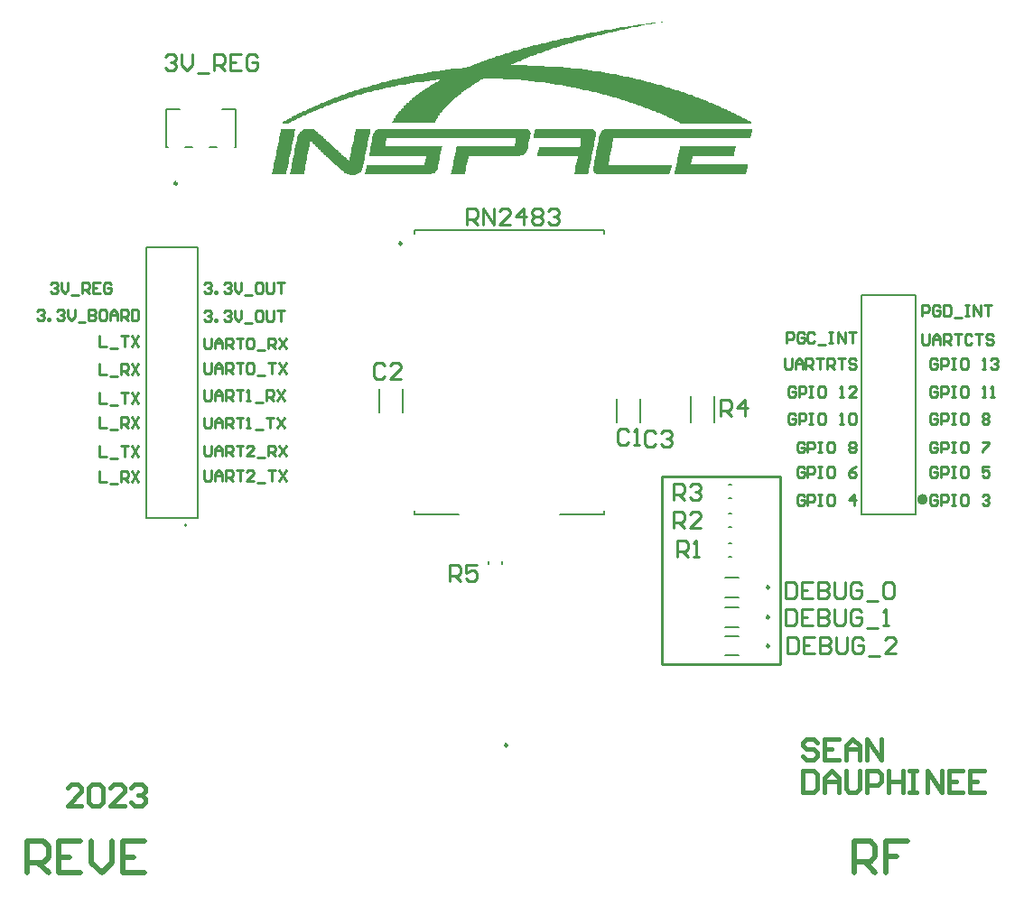
<source format=gbr>
%TF.GenerationSoftware,Altium Limited,Altium Designer,23.3.1 (30)*%
G04 Layer_Color=65535*
%FSLAX45Y45*%
%MOMM*%
%TF.SameCoordinates,0C5D6AAF-6D96-44C9-A3D7-384C79DD4A31*%
%TF.FilePolarity,Positive*%
%TF.FileFunction,Legend,Top*%
%TF.Part,Single*%
G01*
G75*
%TA.AperFunction,NonConductor*%
%ADD29C,0.25400*%
%ADD46C,0.25000*%
%ADD47C,0.50800*%
%ADD48C,0.20000*%
%ADD49C,0.15240*%
%ADD50C,0.12700*%
%ADD51C,0.40000*%
G36*
X6360094Y8363348D02*
X6341234D01*
Y8369634D01*
X6360094D01*
Y8363348D01*
D02*
G37*
G36*
X6322374Y8357061D02*
X6290941D01*
Y8363348D01*
X6322374D01*
Y8357061D01*
D02*
G37*
G36*
X6290941Y8350774D02*
X6259508D01*
Y8344488D01*
X6221789D01*
Y8338201D01*
X6190356D01*
Y8331914D01*
X6158923D01*
Y8325628D01*
X6127489D01*
Y8319341D01*
X6096056D01*
Y8313054D01*
X6064623D01*
Y8306768D01*
X6039477D01*
Y8300481D01*
X6008044D01*
Y8294195D01*
X5982897D01*
Y8287908D01*
X5951464D01*
Y8281621D01*
X5926318D01*
Y8275335D01*
X5894885D01*
Y8269048D01*
X5869738D01*
Y8262762D01*
X5844592D01*
Y8256475D01*
X5819446D01*
Y8250188D01*
X5794299D01*
Y8243902D01*
X5769153D01*
Y8237615D01*
X5744006D01*
Y8231328D01*
X5718860D01*
Y8225042D01*
X5693713D01*
Y8218755D01*
X5668567D01*
Y8212469D01*
X5643421D01*
Y8206182D01*
X5624561D01*
Y8199895D01*
X5599414D01*
Y8193609D01*
X5580554D01*
Y8187322D01*
X5555408D01*
Y8181036D01*
X5530261D01*
Y8174749D01*
X5511402D01*
Y8168462D01*
X5492542D01*
Y8162176D01*
X5467395D01*
Y8155889D01*
X5448535D01*
Y8149603D01*
X5429676D01*
Y8143316D01*
X5410816D01*
Y8137029D01*
X5391956D01*
Y8130743D01*
X5366810D01*
Y8124456D01*
X5347950D01*
Y8118170D01*
X5329090D01*
Y8111883D01*
X5310230D01*
Y8105596D01*
X5291370D01*
Y8099310D01*
X5272510D01*
Y8093023D01*
X5259937D01*
Y8086736D01*
X5241077D01*
Y8080450D01*
X5222217D01*
Y8074163D01*
X5203358D01*
Y8067877D01*
X5184498D01*
Y8061590D01*
X5171925D01*
Y8055303D01*
X5153065D01*
Y8049017D01*
X5134205D01*
Y8042730D01*
X5115345D01*
Y8036444D01*
X5102772D01*
Y8030157D01*
X5083912D01*
Y8023870D01*
X5071339D01*
Y8017584D01*
X5052479D01*
Y8011297D01*
X5039906D01*
Y8005011D01*
X5027333D01*
Y7998724D01*
X5008473D01*
Y7992437D01*
X4995900D01*
Y7986151D01*
X4977040D01*
Y7979864D01*
X4964467D01*
Y7973577D01*
X4951893D01*
Y7967291D01*
X4939320D01*
Y7961004D01*
X5090199D01*
Y7954718D01*
X5253651D01*
Y7948431D01*
X5354236D01*
Y7942144D01*
X5429676D01*
Y7935858D01*
X5498828D01*
Y7929571D01*
X5555408D01*
Y7923285D01*
X5605701D01*
Y7916998D01*
X5655994D01*
Y7910711D01*
X5700000D01*
Y7904425D01*
X5744006D01*
Y7898138D01*
X5781726D01*
Y7891852D01*
X5819446D01*
Y7885565D01*
X5857165D01*
Y7879278D01*
X5894885D01*
Y7872992D01*
X5926318D01*
Y7866705D01*
X5957751D01*
Y7860419D01*
X5989184D01*
Y7854132D01*
X6020617D01*
Y7847845D01*
X6045764D01*
Y7841559D01*
X6077197D01*
Y7835272D01*
X6102343D01*
Y7828985D01*
X6127489D01*
Y7822699D01*
X6158923D01*
Y7816412D01*
X6184069D01*
Y7810126D01*
X6209215D01*
Y7803839D01*
X6234362D01*
Y7797552D01*
X6253222D01*
Y7791266D01*
X6278368D01*
Y7784979D01*
X6303515D01*
Y7778693D01*
X6322374D01*
Y7772406D01*
X6347521D01*
Y7766119D01*
X6366381D01*
Y7759833D01*
X6385240D01*
Y7753546D01*
X6410387D01*
Y7747260D01*
X6429247D01*
Y7740973D01*
X6448107D01*
Y7734686D01*
X6466966D01*
Y7728400D01*
X6492113D01*
Y7722113D01*
X6510973D01*
Y7715827D01*
X6529833D01*
Y7709540D01*
X6548693D01*
Y7703253D01*
X6561266D01*
Y7696967D01*
X6580126D01*
Y7690680D01*
X6598985D01*
Y7684393D01*
X6617845D01*
Y7678107D01*
X6636705D01*
Y7671820D01*
X6649278D01*
Y7665534D01*
X6668138D01*
Y7659247D01*
X6686998D01*
Y7652960D01*
X6699571D01*
Y7646674D01*
X6718431D01*
Y7640387D01*
X6737291D01*
Y7634101D01*
X6749864D01*
Y7627814D01*
X6768724D01*
Y7621527D01*
X6781297D01*
Y7615241D01*
X6793870D01*
Y7608954D01*
X6812730D01*
Y7602668D01*
X6825303D01*
Y7596381D01*
X6844163D01*
Y7590094D01*
X6856736D01*
Y7583808D01*
X6869310D01*
Y7577521D01*
X6888169D01*
Y7571235D01*
X6900743D01*
Y7564948D01*
X6913316D01*
Y7558661D01*
X6925889D01*
Y7552375D01*
X6938462D01*
Y7546088D01*
X6957322D01*
Y7539801D01*
X6969895D01*
Y7533515D01*
X6982469D01*
Y7527228D01*
X6995042D01*
Y7520942D01*
X7007615D01*
Y7514655D01*
X7020188D01*
Y7508368D01*
X7032761D01*
Y7502082D01*
X7045335D01*
Y7495795D01*
X7057908D01*
Y7489509D01*
X7070481D01*
Y7483222D01*
X7083054D01*
Y7476935D01*
X7095628D01*
Y7470649D01*
X7108201D01*
Y7464362D01*
X7120774D01*
Y7458076D01*
X7133347D01*
Y7451789D01*
X7145920D01*
Y7445502D01*
X7158494D01*
Y7439215D01*
X7171067D01*
Y7432929D01*
X7177353D01*
Y7426642D01*
X7189927D01*
Y7414069D01*
X6523546D01*
Y7420356D01*
X6510973D01*
Y7426642D01*
X6498399D01*
Y7432929D01*
X6485826D01*
Y7439215D01*
X6473253D01*
Y7445502D01*
X6460680D01*
Y7451789D01*
X6448107D01*
Y7458076D01*
X6435533D01*
Y7464362D01*
X6422960D01*
Y7470649D01*
X6404100D01*
Y7476935D01*
X6391527D01*
Y7483222D01*
X6378954D01*
Y7489509D01*
X6366381D01*
Y7495795D01*
X6347521D01*
Y7502082D01*
X6334948D01*
Y7508368D01*
X6316088D01*
Y7514655D01*
X6303515D01*
Y7520942D01*
X6290941D01*
Y7527228D01*
X6272081D01*
Y7533515D01*
X6259508D01*
Y7539801D01*
X6240648D01*
Y7546088D01*
X6221789D01*
Y7552375D01*
X6209215D01*
Y7558661D01*
X6190356D01*
Y7564948D01*
X6177782D01*
Y7571235D01*
X6158923D01*
Y7577521D01*
X6140063D01*
Y7583808D01*
X6121203D01*
Y7590094D01*
X6102343D01*
Y7596381D01*
X6083483D01*
Y7602668D01*
X6070910D01*
Y7608954D01*
X6045764D01*
Y7615241D01*
X6026904D01*
Y7621527D01*
X6008044D01*
Y7627814D01*
X5989184D01*
Y7634101D01*
X5970324D01*
Y7640387D01*
X5951464D01*
Y7646674D01*
X5926318D01*
Y7652960D01*
X5907458D01*
Y7659247D01*
X5888598D01*
Y7665534D01*
X5863452D01*
Y7671820D01*
X5838305D01*
Y7678107D01*
X5813159D01*
Y7684393D01*
X5794299D01*
Y7690680D01*
X5769153D01*
Y7696967D01*
X5744006D01*
Y7703253D01*
X5718860D01*
Y7709540D01*
X5693713D01*
Y7715827D01*
X5662280D01*
Y7722113D01*
X5637134D01*
Y7728400D01*
X5605701D01*
Y7734686D01*
X5580554D01*
Y7740973D01*
X5549121D01*
Y7747260D01*
X5523975D01*
Y7753546D01*
X5492542D01*
Y7759833D01*
X5454822D01*
Y7766119D01*
X5423389D01*
Y7772406D01*
X5385669D01*
Y7778693D01*
X5347950D01*
Y7784979D01*
X5303943D01*
Y7791266D01*
X5259937D01*
Y7797552D01*
X5215931D01*
Y7803839D01*
X5159351D01*
Y7810126D01*
X5102772D01*
Y7816412D01*
X5033619D01*
Y7822699D01*
X4958180D01*
Y7828985D01*
X4863881D01*
Y7835272D01*
X4675282D01*
Y7828985D01*
X4662709D01*
Y7822699D01*
X4650136D01*
Y7816412D01*
X4643849D01*
Y7810126D01*
X4631276D01*
Y7803839D01*
X4624989D01*
Y7797552D01*
X4612416D01*
Y7791266D01*
X4599843D01*
Y7784979D01*
X4593556D01*
Y7778693D01*
X4580983D01*
Y7772406D01*
X4574697D01*
Y7766119D01*
X4562123D01*
Y7759833D01*
X4555837D01*
Y7753546D01*
X4543263D01*
Y7747260D01*
X4536977D01*
Y7740973D01*
X4524404D01*
Y7734686D01*
X4518117D01*
Y7728400D01*
X4511830D01*
Y7722113D01*
X4499257D01*
Y7715827D01*
X4492971D01*
Y7709540D01*
X4480397D01*
Y7703253D01*
X4474111D01*
Y7696967D01*
X4467824D01*
Y7690680D01*
X4461538D01*
Y7684393D01*
X4448964D01*
Y7678107D01*
X4442678D01*
Y7671820D01*
X4436391D01*
Y7665534D01*
X4430104D01*
Y7659247D01*
X4423818D01*
Y7652960D01*
X4411245D01*
Y7646674D01*
X4404958D01*
Y7640387D01*
X4398671D01*
Y7634101D01*
X4392385D01*
Y7627814D01*
X4386098D01*
Y7621527D01*
X4379812D01*
Y7615241D01*
X4373525D01*
Y7608954D01*
X4367238D01*
Y7602668D01*
X4360952D01*
Y7596381D01*
X4354665D01*
Y7590094D01*
X4348379D01*
Y7583808D01*
X4342092D01*
Y7577521D01*
X4335805D01*
Y7571235D01*
X4329519D01*
Y7564948D01*
X4323232D01*
Y7558661D01*
X4316946D01*
Y7552375D01*
X4310659D01*
Y7546088D01*
X4304372D01*
Y7539801D01*
X4298086D01*
Y7527228D01*
X4291799D01*
Y7520942D01*
X4285512D01*
Y7514655D01*
X4279226D01*
Y7508368D01*
X4272939D01*
Y7495795D01*
X4266653D01*
Y7489509D01*
X4260366D01*
Y7483222D01*
X4254079D01*
Y7470649D01*
X4247793D01*
Y7464362D01*
X4241506D01*
Y7451789D01*
X4235220D01*
Y7439215D01*
X4228933D01*
Y7432929D01*
X4222646D01*
Y7420356D01*
X3820303D01*
Y7426642D01*
X3826590D01*
Y7432929D01*
X3832877D01*
Y7445502D01*
X3839163D01*
Y7458076D01*
X3845450D01*
Y7464362D01*
X3851736D01*
Y7476935D01*
X3858023D01*
Y7483222D01*
X3864310D01*
Y7495795D01*
X3870596D01*
Y7502082D01*
X3876883D01*
Y7508368D01*
X3883170D01*
Y7520942D01*
X3889456D01*
Y7527228D01*
X3895743D01*
Y7533515D01*
X3902029D01*
Y7539801D01*
X3908316D01*
Y7546088D01*
X3914603D01*
Y7552375D01*
X3920889D01*
Y7558661D01*
X3927176D01*
Y7564948D01*
X3933462D01*
Y7577521D01*
X3939749D01*
Y7583808D01*
X3946036D01*
Y7590094D01*
X3952322D01*
Y7596381D01*
X3958609D01*
Y7602668D01*
X3971182D01*
Y7608954D01*
X3977469D01*
Y7615241D01*
X3983755D01*
Y7621527D01*
X3990042D01*
Y7627814D01*
X3996328D01*
Y7634101D01*
X4002615D01*
Y7640387D01*
X4008902D01*
Y7646674D01*
X4015188D01*
Y7652960D01*
X4027762D01*
Y7659247D01*
X4034048D01*
Y7665534D01*
X4040335D01*
Y7671820D01*
X4046621D01*
Y7678107D01*
X4059195D01*
Y7684393D01*
X4065481D01*
Y7690680D01*
X4071768D01*
Y7696967D01*
X4084341D01*
Y7703253D01*
X4090628D01*
Y7709540D01*
X4096914D01*
Y7715827D01*
X4109487D01*
Y7722113D01*
X4115774D01*
Y7728400D01*
X4128347D01*
Y7734686D01*
X4134634D01*
Y7740973D01*
X4147207D01*
Y7747260D01*
X4153494D01*
Y7753546D01*
X4166067D01*
Y7759833D01*
X4178640D01*
Y7766119D01*
X4184927D01*
Y7772406D01*
X4197500D01*
Y7778693D01*
X4203787D01*
Y7784979D01*
X4216360D01*
Y7791266D01*
X4228933D01*
Y7797552D01*
X4241506D01*
Y7803839D01*
X4247793D01*
Y7810126D01*
X4260366D01*
Y7816412D01*
X4272939D01*
Y7822699D01*
X4235220D01*
Y7816412D01*
X4172354D01*
Y7810126D01*
X4122061D01*
Y7803839D01*
X4078054D01*
Y7797552D01*
X4027762D01*
Y7791266D01*
X3990042D01*
Y7784979D01*
X3952322D01*
Y7778693D01*
X3914603D01*
Y7772406D01*
X3883170D01*
Y7766119D01*
X3851736D01*
Y7759833D01*
X3814017D01*
Y7753546D01*
X3788870D01*
Y7747260D01*
X3757437D01*
Y7740973D01*
X3732291D01*
Y7734686D01*
X3700858D01*
Y7728400D01*
X3675711D01*
Y7722113D01*
X3650565D01*
Y7715827D01*
X3631705D01*
Y7709540D01*
X3606558D01*
Y7703253D01*
X3581412D01*
Y7696967D01*
X3556266D01*
Y7690680D01*
X3537406D01*
Y7684393D01*
X3512259D01*
Y7678107D01*
X3493399D01*
Y7671820D01*
X3474540D01*
Y7665534D01*
X3455680D01*
Y7659247D01*
X3430533D01*
Y7652960D01*
X3411674D01*
Y7646674D01*
X3392814D01*
Y7640387D01*
X3373954D01*
Y7634101D01*
X3355094D01*
Y7627814D01*
X3342521D01*
Y7621527D01*
X3323661D01*
Y7615241D01*
X3304801D01*
Y7608954D01*
X3285941D01*
Y7602668D01*
X3267082D01*
Y7596381D01*
X3254508D01*
Y7590094D01*
X3235649D01*
Y7583808D01*
X3216789D01*
Y7577521D01*
X3204215D01*
Y7571235D01*
X3185356D01*
Y7564948D01*
X3172782D01*
Y7558661D01*
X3153923D01*
Y7552375D01*
X3141349D01*
Y7546088D01*
X3128776D01*
Y7539801D01*
X3109916D01*
Y7533515D01*
X3097343D01*
Y7527228D01*
X3084770D01*
Y7520942D01*
X3065910D01*
Y7514655D01*
X3053337D01*
Y7508368D01*
X3040764D01*
Y7502082D01*
X3028190D01*
Y7495795D01*
X3015617D01*
Y7489509D01*
X3003044D01*
Y7483222D01*
X2984184D01*
Y7476935D01*
X2971611D01*
Y7470649D01*
X2959038D01*
Y7464362D01*
X2946464D01*
Y7458076D01*
X2933891D01*
Y7451789D01*
X2921318D01*
Y7445502D01*
X2908745D01*
Y7439215D01*
X2896171D01*
Y7432929D01*
X2883598D01*
Y7426642D01*
X2871025D01*
Y7420356D01*
X2858452D01*
Y7414069D01*
X2795586D01*
Y7426642D01*
X2801872D01*
Y7432929D01*
X2814445D01*
Y7439215D01*
X2827019D01*
Y7445502D01*
X2839592D01*
Y7451789D01*
X2852165D01*
Y7458076D01*
X2864738D01*
Y7464362D01*
X2877312D01*
Y7470649D01*
X2883598D01*
Y7476935D01*
X2896171D01*
Y7483222D01*
X2908745D01*
Y7489509D01*
X2921318D01*
Y7495795D01*
X2933891D01*
Y7502082D01*
X2946464D01*
Y7508368D01*
X2959038D01*
Y7514655D01*
X2971611D01*
Y7520942D01*
X2984184D01*
Y7527228D01*
X3003044D01*
Y7533515D01*
X3015617D01*
Y7539801D01*
X3028190D01*
Y7546088D01*
X3040764D01*
Y7552375D01*
X3053337D01*
Y7558661D01*
X3065910D01*
Y7564948D01*
X3084770D01*
Y7571235D01*
X3097343D01*
Y7577521D01*
X3109916D01*
Y7583808D01*
X3122490D01*
Y7590094D01*
X3141349D01*
Y7596381D01*
X3153923D01*
Y7602668D01*
X3166496D01*
Y7608954D01*
X3185356D01*
Y7615241D01*
X3197929D01*
Y7621527D01*
X3216789D01*
Y7627814D01*
X3229362D01*
Y7634101D01*
X3248222D01*
Y7640387D01*
X3260795D01*
Y7646674D01*
X3279655D01*
Y7652960D01*
X3292228D01*
Y7659247D01*
X3311088D01*
Y7665534D01*
X3329948D01*
Y7671820D01*
X3342521D01*
Y7678107D01*
X3361381D01*
Y7684393D01*
X3380241D01*
Y7690680D01*
X3399100D01*
Y7696967D01*
X3411674D01*
Y7703253D01*
X3430533D01*
Y7709540D01*
X3449393D01*
Y7715827D01*
X3468253D01*
Y7722113D01*
X3487113D01*
Y7728400D01*
X3505973D01*
Y7734686D01*
X3524833D01*
Y7740973D01*
X3549979D01*
Y7747260D01*
X3568839D01*
Y7753546D01*
X3587699D01*
Y7759833D01*
X3612845D01*
Y7766119D01*
X3631705D01*
Y7772406D01*
X3650565D01*
Y7778693D01*
X3675711D01*
Y7784979D01*
X3700858D01*
Y7791266D01*
X3719717D01*
Y7797552D01*
X3744864D01*
Y7803839D01*
X3770010D01*
Y7810126D01*
X3795157D01*
Y7816412D01*
X3820303D01*
Y7822699D01*
X3845450D01*
Y7828985D01*
X3870596D01*
Y7835272D01*
X3902029D01*
Y7841559D01*
X3927176D01*
Y7847845D01*
X3958609D01*
Y7854132D01*
X3983755D01*
Y7860419D01*
X4015188D01*
Y7866705D01*
X4046621D01*
Y7872992D01*
X4084341D01*
Y7879278D01*
X4115774D01*
Y7885565D01*
X4153494D01*
Y7891852D01*
X4191213D01*
Y7898138D01*
X4228933D01*
Y7904425D01*
X4272939D01*
Y7910711D01*
X4316946D01*
Y7916998D01*
X4367238D01*
Y7923285D01*
X4423818D01*
Y7929571D01*
X4480397D01*
Y7935858D01*
X4524404D01*
Y7942144D01*
X4543263D01*
Y7948431D01*
X4555837D01*
Y7954718D01*
X4574697D01*
Y7961004D01*
X4587270D01*
Y7967291D01*
X4606130D01*
Y7973577D01*
X4618703D01*
Y7979864D01*
X4637563D01*
Y7986151D01*
X4656422D01*
Y7992437D01*
X4668996D01*
Y7998724D01*
X4687855D01*
Y8005011D01*
X4706716D01*
Y8011297D01*
X4725575D01*
Y8017584D01*
X4744435D01*
Y8023870D01*
X4763295D01*
Y8030157D01*
X4782155D01*
Y8036444D01*
X4794728D01*
Y8042730D01*
X4819875D01*
Y8049017D01*
X4838734D01*
Y8055303D01*
X4857594D01*
Y8061590D01*
X4876454D01*
Y8067877D01*
X4895314D01*
Y8074163D01*
X4920460D01*
Y8080450D01*
X4939320D01*
Y8086736D01*
X4958180D01*
Y8093023D01*
X4983326D01*
Y8099310D01*
X5002186D01*
Y8105596D01*
X5027333D01*
Y8111883D01*
X5046192D01*
Y8118170D01*
X5071339D01*
Y8124456D01*
X5090199D01*
Y8130743D01*
X5115345D01*
Y8137029D01*
X5140492D01*
Y8143316D01*
X5165638D01*
Y8149603D01*
X5190784D01*
Y8155889D01*
X5215931D01*
Y8162176D01*
X5241077D01*
Y8168462D01*
X5266224D01*
Y8174749D01*
X5291370D01*
Y8181036D01*
X5316517D01*
Y8187322D01*
X5347950D01*
Y8193609D01*
X5373096D01*
Y8199895D01*
X5398243D01*
Y8206182D01*
X5429676D01*
Y8212469D01*
X5461109D01*
Y8218755D01*
X5486255D01*
Y8225042D01*
X5517688D01*
Y8231328D01*
X5549121D01*
Y8237615D01*
X5580554D01*
Y8243902D01*
X5611988D01*
Y8250188D01*
X5643421D01*
Y8256475D01*
X5674854D01*
Y8262762D01*
X5706287D01*
Y8269048D01*
X5744006D01*
Y8275335D01*
X5775439D01*
Y8281621D01*
X5813159D01*
Y8287908D01*
X5844592D01*
Y8294195D01*
X5882312D01*
Y8300481D01*
X5920031D01*
Y8306768D01*
X5957751D01*
Y8313054D01*
X5995471D01*
Y8319341D01*
X6033190D01*
Y8325628D01*
X6077197D01*
Y8331914D01*
X6121203D01*
Y8338201D01*
X6158923D01*
Y8344488D01*
X6202929D01*
Y8350774D01*
X6246935D01*
Y8357061D01*
X6290941D01*
Y8350774D01*
D02*
G37*
G36*
X3619132Y7344916D02*
X3612845D01*
Y7313483D01*
X3606558D01*
Y7282050D01*
X3600272D01*
Y7250617D01*
X3593985D01*
Y7219184D01*
X3587699D01*
Y7187751D01*
X3581412D01*
Y7156318D01*
X3575125D01*
Y7124885D01*
X3568839D01*
Y7093452D01*
X3562552D01*
Y7062019D01*
X3556266D01*
Y7030586D01*
X3549979D01*
Y6999153D01*
X3543692D01*
Y6974006D01*
X3537406D01*
Y6967720D01*
X3531119D01*
Y6955147D01*
X3518546D01*
Y6948860D01*
X3512259D01*
Y6942573D01*
X3499686D01*
Y6936287D01*
X3480826D01*
Y6930000D01*
X3424247D01*
Y6936287D01*
X3399100D01*
Y6942573D01*
X3386527D01*
Y6948860D01*
X3373954D01*
Y6955147D01*
X3367667D01*
Y6961433D01*
X3361381D01*
Y6967720D01*
X3355094D01*
Y6974006D01*
X3348807D01*
Y6980293D01*
X3336234D01*
Y6986580D01*
X3329948D01*
Y6992866D01*
X3323661D01*
Y6999153D01*
X3317374D01*
Y7005439D01*
X3311088D01*
Y7011726D01*
X3304801D01*
Y7018013D01*
X3292228D01*
Y7024299D01*
X3285941D01*
Y7030586D01*
X3279655D01*
Y7036872D01*
X3273368D01*
Y7043159D01*
X3267082D01*
Y7049446D01*
X3260795D01*
Y7055732D01*
X3254508D01*
Y7062019D01*
X3248222D01*
Y7068306D01*
X3241935D01*
Y7074592D01*
X3235649D01*
Y7080879D01*
X3229362D01*
Y7087165D01*
X3223075D01*
Y7093452D01*
X3210502D01*
Y7099739D01*
X3204215D01*
Y7106025D01*
X3197929D01*
Y7112312D01*
X3191642D01*
Y7118598D01*
X3185356D01*
Y7124885D01*
X3179069D01*
Y7131172D01*
X3172782D01*
Y7137458D01*
X3166496D01*
Y7143745D01*
X3160209D01*
Y7150031D01*
X3153923D01*
Y7156318D01*
X3147636D01*
Y7162605D01*
X3141349D01*
Y7168891D01*
X3135063D01*
Y7175178D01*
X3128776D01*
Y7181464D01*
X3122490D01*
Y7187751D01*
X3116203D01*
Y7194038D01*
X3109916D01*
Y7200324D01*
X3103630D01*
Y7206611D01*
X3097343D01*
Y7212898D01*
X3091057D01*
Y7219184D01*
X3084770D01*
Y7225471D01*
X3078483D01*
Y7231757D01*
X3072197D01*
Y7238044D01*
X3065910D01*
Y7244331D01*
X3053337D01*
Y7219184D01*
X3047050D01*
Y7187751D01*
X3040764D01*
Y7156318D01*
X3034477D01*
Y7124885D01*
X3028190D01*
Y7093452D01*
X3021904D01*
Y7062019D01*
X3015617D01*
Y7030586D01*
X3009331D01*
Y6999153D01*
X3003044D01*
Y6967720D01*
X2996757D01*
Y6936287D01*
X2864738D01*
Y6955147D01*
X2871025D01*
Y6986580D01*
X2877312D01*
Y7018013D01*
X2883598D01*
Y7049446D01*
X2889885D01*
Y7087165D01*
X2896171D01*
Y7118598D01*
X2902458D01*
Y7150031D01*
X2908745D01*
Y7181464D01*
X2915031D01*
Y7212898D01*
X2921318D01*
Y7244331D01*
X2927605D01*
Y7275764D01*
X2933891D01*
Y7294623D01*
X2940178D01*
Y7300910D01*
Y7307197D01*
Y7313483D01*
X2946464D01*
Y7319770D01*
X2952751D01*
Y7326057D01*
X2959038D01*
Y7332343D01*
X2965324D01*
Y7338630D01*
X2971611D01*
Y7344916D01*
X2977898D01*
Y7351203D01*
X2990471D01*
Y7357490D01*
X3009331D01*
Y7363776D01*
X3078483D01*
Y7357490D01*
X3091057D01*
Y7351203D01*
X3103630D01*
Y7344916D01*
X3109916D01*
Y7338630D01*
X3116203D01*
Y7332343D01*
X3122490D01*
Y7326057D01*
X3128776D01*
Y7319770D01*
X3135063D01*
Y7313483D01*
X3147636D01*
Y7307197D01*
X3153923D01*
Y7300910D01*
X3160209D01*
Y7294623D01*
X3166496D01*
Y7288337D01*
X3172782D01*
Y7282050D01*
X3179069D01*
Y7275764D01*
X3185356D01*
Y7269477D01*
X3191642D01*
Y7263190D01*
X3197929D01*
Y7256904D01*
X3204215D01*
Y7250617D01*
X3210502D01*
Y7244331D01*
X3223075D01*
Y7238044D01*
X3229362D01*
Y7231757D01*
X3235649D01*
Y7225471D01*
X3241935D01*
Y7219184D01*
X3248222D01*
Y7212898D01*
X3254508D01*
Y7206611D01*
X3260795D01*
Y7200324D01*
X3267082D01*
Y7194038D01*
X3273368D01*
Y7187751D01*
X3279655D01*
Y7181464D01*
X3285941D01*
Y7175178D01*
X3298515D01*
Y7168891D01*
X3304801D01*
Y7162605D01*
X3311088D01*
Y7156318D01*
X3317374D01*
Y7150031D01*
X3323661D01*
Y7143745D01*
X3329948D01*
Y7137458D01*
X3336234D01*
Y7131172D01*
X3342521D01*
Y7124885D01*
X3348807D01*
Y7118598D01*
X3355094D01*
Y7112312D01*
X3361381D01*
Y7106025D01*
X3367667D01*
Y7099739D01*
X3380241D01*
Y7093452D01*
X3386527D01*
Y7087165D01*
X3392814D01*
Y7080879D01*
X3399100D01*
Y7074592D01*
X3405387D01*
Y7068306D01*
X3411674D01*
Y7062019D01*
X3417960D01*
Y7074592D01*
X3424247D01*
Y7099739D01*
X3430533D01*
Y7131172D01*
X3436820D01*
Y7156318D01*
X3443107D01*
Y7187751D01*
X3449393D01*
Y7212898D01*
X3455680D01*
Y7244331D01*
X3461966D01*
Y7275764D01*
X3468253D01*
Y7300910D01*
X3474540D01*
Y7332343D01*
X3480826D01*
Y7357490D01*
X3487113D01*
Y7363776D01*
X3619132D01*
Y7344916D01*
D02*
G37*
G36*
X7045335Y7181464D02*
X7039048D01*
Y7150031D01*
X7032761D01*
Y7118598D01*
X7026475D01*
Y7106025D01*
X6636705D01*
Y7080879D01*
X6630418D01*
Y7049446D01*
X6624132D01*
Y7030586D01*
X7158494D01*
Y7018013D01*
X7152207D01*
Y6986580D01*
X7145920D01*
Y6955147D01*
X7139634D01*
Y6936287D01*
X6466966D01*
Y6942573D01*
X6473253D01*
Y6974006D01*
X6479540D01*
Y7005439D01*
X6485826D01*
Y7036872D01*
X6492113D01*
Y7068306D01*
X6498399D01*
Y7099739D01*
X6504686D01*
Y7131172D01*
X6510973D01*
Y7162605D01*
X6517259D01*
Y7194038D01*
X6523546D01*
Y7200324D01*
X7045335D01*
Y7181464D01*
D02*
G37*
G36*
X7202500Y7351203D02*
X7196213D01*
Y7326057D01*
X7189927D01*
Y7294623D01*
X7183640D01*
Y7275764D01*
X5894885D01*
Y7244331D01*
X5888598D01*
Y7212898D01*
X5882312D01*
Y7181464D01*
X5876025D01*
Y7150031D01*
X5869738D01*
Y7118598D01*
X5863452D01*
Y7087165D01*
X5857165D01*
Y7055732D01*
X5850879D01*
Y7024299D01*
X6441820D01*
Y6999153D01*
X6435533D01*
Y6967720D01*
X6429247D01*
Y6942573D01*
X6422960D01*
Y6936287D01*
X5737720D01*
Y6942573D01*
X5725146D01*
Y6948860D01*
X5712573D01*
Y6961433D01*
X5706287D01*
Y7011726D01*
X5712573D01*
Y7043159D01*
X5718860D01*
Y7074592D01*
X5725146D01*
Y7106025D01*
X5731433D01*
Y7137458D01*
X5737720D01*
Y7168891D01*
X5744006D01*
Y7200324D01*
X5750293D01*
Y7231757D01*
X5756580D01*
Y7263190D01*
X5762866D01*
Y7294623D01*
X5769153D01*
Y7313483D01*
X5775439D01*
Y7326057D01*
X5781726D01*
Y7338630D01*
X5788013D01*
Y7344916D01*
X5794299D01*
Y7351203D01*
X5806872D01*
Y7357490D01*
X5819446D01*
Y7363776D01*
X7202500D01*
Y7351203D01*
D02*
G37*
G36*
X5693713Y7357490D02*
X5706287D01*
Y7351203D01*
X5718860D01*
Y7344916D01*
X5725146D01*
Y7332343D01*
X5731433D01*
Y7282050D01*
X5725146D01*
Y7250617D01*
X5718860D01*
Y7219184D01*
X5712573D01*
Y7187751D01*
X5706287D01*
Y7156318D01*
X5700000D01*
Y7124885D01*
X5693713D01*
Y7093452D01*
X5687427D01*
Y7062019D01*
X5681140D01*
Y7030586D01*
X5674854D01*
Y6999153D01*
X5668567D01*
Y6967720D01*
X5662280D01*
Y6942573D01*
X5655994D01*
Y6936287D01*
X5530261D01*
Y6955147D01*
X5536548D01*
Y6986580D01*
X5542835D01*
Y7011726D01*
Y7018013D01*
X5549121D01*
Y7049446D01*
X5555408D01*
Y7080879D01*
X5561694D01*
Y7106025D01*
X5184498D01*
Y7137458D01*
X5190784D01*
Y7168891D01*
X5197071D01*
Y7194038D01*
X5580554D01*
Y7200324D01*
X5586841D01*
Y7238044D01*
X5593127D01*
Y7275764D01*
X5146778D01*
Y7288337D01*
X5153065D01*
Y7319770D01*
X5159351D01*
Y7351203D01*
X5165638D01*
Y7363776D01*
X5693713D01*
Y7357490D01*
D02*
G37*
G36*
X5090199D02*
X5102772D01*
Y7351203D01*
X5109059D01*
Y7344916D01*
X5115345D01*
Y7326057D01*
X5121632D01*
Y7307197D01*
X5115345D01*
Y7269477D01*
X5109059D01*
Y7238044D01*
X5102772D01*
Y7206611D01*
X5096485D01*
Y7175178D01*
X5090199D01*
Y7156318D01*
X5083912D01*
Y7143745D01*
X5077625D01*
Y7137458D01*
X5071339D01*
Y7131172D01*
X5065052D01*
Y7124885D01*
X5058766D01*
Y7118598D01*
X5046192D01*
Y7112312D01*
X5021046D01*
Y7106025D01*
X4536977D01*
Y7080879D01*
X4530690D01*
Y7049446D01*
X4524404D01*
Y7018013D01*
X4518117D01*
Y6986580D01*
X4511830D01*
Y6961433D01*
X4505544D01*
Y6936287D01*
X4373525D01*
Y6948860D01*
X4379812D01*
Y6980293D01*
X4386098D01*
Y7011726D01*
X4392385D01*
Y7043159D01*
X4398671D01*
Y7074592D01*
X4404958D01*
Y7106025D01*
X4411245D01*
Y7137458D01*
X4417531D01*
Y7168891D01*
X4423818D01*
Y7194038D01*
X4430104D01*
Y7200324D01*
X4970753D01*
Y7225471D01*
X4977040D01*
Y7256904D01*
X4983326D01*
Y7275764D01*
X3770010D01*
Y7250617D01*
X3763724D01*
Y7219184D01*
X3757437D01*
Y7200324D01*
X4291799D01*
Y7187751D01*
X4285512D01*
Y7156318D01*
X4279226D01*
Y7124885D01*
X4272939D01*
Y7093452D01*
X4266653D01*
Y7062019D01*
X4260366D01*
Y7030586D01*
X4254079D01*
Y6999153D01*
X4247793D01*
Y6980293D01*
X4241506D01*
Y6967720D01*
X4235220D01*
Y6961433D01*
X4228933D01*
Y6955147D01*
X4222646D01*
Y6948860D01*
X4210073D01*
Y6942573D01*
X4191213D01*
Y6936287D01*
X3568839D01*
Y6955147D01*
X3575125D01*
Y6986580D01*
X3581412D01*
Y7018013D01*
X3587699D01*
Y7024299D01*
X4128347D01*
Y7049446D01*
X4134634D01*
Y7080879D01*
X4140920D01*
Y7106025D01*
X3606558D01*
Y7137458D01*
X3612845D01*
Y7168891D01*
X3619132D01*
Y7200324D01*
X3625418D01*
Y7231757D01*
X3631705D01*
Y7263190D01*
X3637991D01*
Y7294623D01*
X3644278D01*
Y7319770D01*
X3650565D01*
Y7326057D01*
X3656851D01*
Y7338630D01*
X3663138D01*
Y7344916D01*
X3669425D01*
Y7351203D01*
X3681998D01*
Y7357490D01*
X3694571D01*
Y7363776D01*
X5090199D01*
Y7357490D01*
D02*
G37*
G36*
X2915031Y7344916D02*
X2908745D01*
Y7313483D01*
X2902458D01*
Y7282050D01*
X2896171D01*
Y7250617D01*
X2889885D01*
Y7219184D01*
X2883598D01*
Y7187751D01*
X2877312D01*
Y7156318D01*
X2871025D01*
Y7124885D01*
X2864738D01*
Y7093452D01*
X2858452D01*
Y7062019D01*
X2852165D01*
Y7030586D01*
X2845878D01*
Y6999153D01*
X2839592D01*
Y6967720D01*
X2833305D01*
Y6936287D01*
X2695000D01*
Y6955147D01*
X2701286D01*
Y6986580D01*
X2707573D01*
Y7018013D01*
X2713860D01*
Y7043159D01*
X2720146D01*
Y7074592D01*
X2726433D01*
Y7106025D01*
X2732720D01*
Y7137458D01*
X2739006D01*
Y7168891D01*
X2745293D01*
Y7200324D01*
X2751579D01*
Y7231757D01*
X2757866D01*
Y7263190D01*
X2764153D01*
Y7294623D01*
X2770439D01*
Y7326057D01*
X2776726D01*
Y7357490D01*
X2783012D01*
Y7363776D01*
X2915031D01*
Y7344916D01*
D02*
G37*
D29*
X6350000Y2340000D02*
X7460000D01*
X6350000Y4100000D02*
X7460000D01*
Y2340000D02*
Y4100000D01*
X6350000Y2340000D02*
Y4100000D01*
X2060400Y5902868D02*
X2077061Y5919529D01*
X2110384D01*
X2127045Y5902868D01*
Y5886206D01*
X2110384Y5869545D01*
X2093723D01*
X2110384D01*
X2127045Y5852884D01*
Y5836223D01*
X2110384Y5819561D01*
X2077061D01*
X2060400Y5836223D01*
X2160368Y5819561D02*
Y5836223D01*
X2177029D01*
Y5819561D01*
X2160368D01*
X2243674Y5902868D02*
X2260336Y5919529D01*
X2293658D01*
X2310319Y5902868D01*
Y5886206D01*
X2293658Y5869545D01*
X2276997D01*
X2293658D01*
X2310319Y5852884D01*
Y5836223D01*
X2293658Y5819561D01*
X2260336D01*
X2243674Y5836223D01*
X2343642Y5919529D02*
Y5852884D01*
X2376965Y5819561D01*
X2410287Y5852884D01*
Y5919529D01*
X2443610Y5802900D02*
X2510255D01*
X2593561Y5919529D02*
X2560239D01*
X2543578Y5902868D01*
Y5836223D01*
X2560239Y5819561D01*
X2593561D01*
X2610223Y5836223D01*
Y5902868D01*
X2593561Y5919529D01*
X2643545D02*
Y5836223D01*
X2660207Y5819561D01*
X2693529D01*
X2710190Y5836223D01*
Y5919529D01*
X2743513D02*
X2810158D01*
X2776836D01*
Y5819561D01*
X2060400Y5640368D02*
X2077061Y5657029D01*
X2110384D01*
X2127045Y5640368D01*
Y5623706D01*
X2110384Y5607045D01*
X2093723D01*
X2110384D01*
X2127045Y5590384D01*
Y5573723D01*
X2110384Y5557061D01*
X2077061D01*
X2060400Y5573723D01*
X2160368Y5557061D02*
Y5573723D01*
X2177029D01*
Y5557061D01*
X2160368D01*
X2243674Y5640368D02*
X2260336Y5657029D01*
X2293658D01*
X2310319Y5640368D01*
Y5623706D01*
X2293658Y5607045D01*
X2276997D01*
X2293658D01*
X2310319Y5590384D01*
Y5573723D01*
X2293658Y5557061D01*
X2260336D01*
X2243674Y5573723D01*
X2343642Y5657029D02*
Y5590384D01*
X2376965Y5557061D01*
X2410287Y5590384D01*
Y5657029D01*
X2443610Y5540400D02*
X2510255D01*
X2593561Y5657029D02*
X2560239D01*
X2543578Y5640368D01*
Y5573723D01*
X2560239Y5557061D01*
X2593561D01*
X2610223Y5573723D01*
Y5640368D01*
X2593561Y5657029D01*
X2643545D02*
Y5573723D01*
X2660207Y5557061D01*
X2693529D01*
X2710190Y5573723D01*
Y5657029D01*
X2743513D02*
X2810158D01*
X2776836D01*
Y5557061D01*
X617900Y5900368D02*
X634561Y5917029D01*
X667884D01*
X684545Y5900368D01*
Y5883706D01*
X667884Y5867045D01*
X651222D01*
X667884D01*
X684545Y5850384D01*
Y5833723D01*
X667884Y5817061D01*
X634561D01*
X617900Y5833723D01*
X717868Y5917029D02*
Y5850384D01*
X751190Y5817061D01*
X784513Y5850384D01*
Y5917029D01*
X817836Y5800400D02*
X884481D01*
X917803Y5817061D02*
Y5917029D01*
X967787D01*
X984448Y5900368D01*
Y5867045D01*
X967787Y5850384D01*
X917803D01*
X951126D02*
X984448Y5817061D01*
X1084416Y5917029D02*
X1017771D01*
Y5817061D01*
X1084416D01*
X1017771Y5867045D02*
X1051094D01*
X1184384Y5900368D02*
X1167723Y5917029D01*
X1134400D01*
X1117739Y5900368D01*
Y5833723D01*
X1134400Y5817061D01*
X1167723D01*
X1184384Y5833723D01*
Y5867045D01*
X1151061D01*
X495400Y5647868D02*
X512061Y5664529D01*
X545384D01*
X562045Y5647868D01*
Y5631206D01*
X545384Y5614545D01*
X528723D01*
X545384D01*
X562045Y5597884D01*
Y5581223D01*
X545384Y5564561D01*
X512061D01*
X495400Y5581223D01*
X595368Y5564561D02*
Y5581223D01*
X612029D01*
Y5564561D01*
X595368D01*
X678674Y5647868D02*
X695336Y5664529D01*
X728658D01*
X745319Y5647868D01*
Y5631206D01*
X728658Y5614545D01*
X711997D01*
X728658D01*
X745319Y5597884D01*
Y5581223D01*
X728658Y5564561D01*
X695336D01*
X678674Y5581223D01*
X778642Y5664529D02*
Y5597884D01*
X811965Y5564561D01*
X845287Y5597884D01*
Y5664529D01*
X878610Y5547900D02*
X945255D01*
X978578Y5664529D02*
Y5564561D01*
X1028562D01*
X1045223Y5581223D01*
Y5597884D01*
X1028562Y5614545D01*
X978578D01*
X1028562D01*
X1045223Y5631206D01*
Y5647868D01*
X1028562Y5664529D01*
X978578D01*
X1128529D02*
X1095207D01*
X1078545Y5647868D01*
Y5581223D01*
X1095207Y5564561D01*
X1128529D01*
X1145190Y5581223D01*
Y5647868D01*
X1128529Y5664529D01*
X1178513Y5564561D02*
Y5631206D01*
X1211836Y5664529D01*
X1245158Y5631206D01*
Y5564561D01*
Y5614545D01*
X1178513D01*
X1278481Y5564561D02*
Y5664529D01*
X1328465D01*
X1345126Y5647868D01*
Y5614545D01*
X1328465Y5597884D01*
X1278481D01*
X1311804D02*
X1345126Y5564561D01*
X1378449Y5664529D02*
Y5564561D01*
X1428433D01*
X1445094Y5581223D01*
Y5647868D01*
X1428433Y5664529D01*
X1378449D01*
X2060400Y4157029D02*
Y4073723D01*
X2077061Y4057061D01*
X2110384D01*
X2127045Y4073723D01*
Y4157029D01*
X2160368Y4057061D02*
Y4123707D01*
X2193690Y4157029D01*
X2227013Y4123707D01*
Y4057061D01*
Y4107045D01*
X2160368D01*
X2260336Y4057061D02*
Y4157029D01*
X2310319D01*
X2326981Y4140368D01*
Y4107045D01*
X2310319Y4090384D01*
X2260336D01*
X2293658D02*
X2326981Y4057061D01*
X2360303Y4157029D02*
X2426948D01*
X2393626D01*
Y4057061D01*
X2526916D02*
X2460271D01*
X2526916Y4123707D01*
Y4140368D01*
X2510255Y4157029D01*
X2476933D01*
X2460271Y4140368D01*
X2560239Y4040400D02*
X2626884D01*
X2660207Y4157029D02*
X2726852D01*
X2693529D01*
Y4057061D01*
X2760175Y4157029D02*
X2826820Y4057061D01*
Y4157029D02*
X2760175Y4057061D01*
X2060400Y4909529D02*
Y4826223D01*
X2077061Y4809561D01*
X2110384D01*
X2127045Y4826223D01*
Y4909529D01*
X2160368Y4809561D02*
Y4876206D01*
X2193690Y4909529D01*
X2227013Y4876206D01*
Y4809561D01*
Y4859545D01*
X2160368D01*
X2260336Y4809561D02*
Y4909529D01*
X2310319D01*
X2326981Y4892868D01*
Y4859545D01*
X2310319Y4842884D01*
X2260336D01*
X2293658D02*
X2326981Y4809561D01*
X2360303Y4909529D02*
X2426948D01*
X2393626D01*
Y4809561D01*
X2460271D02*
X2493594D01*
X2476933D01*
Y4909529D01*
X2460271Y4892868D01*
X2543578Y4792900D02*
X2610223D01*
X2643545Y4809561D02*
Y4909529D01*
X2693529D01*
X2710190Y4892868D01*
Y4859545D01*
X2693529Y4842884D01*
X2643545D01*
X2676868D02*
X2710190Y4809561D01*
X2743513Y4909529D02*
X2810158Y4809561D01*
Y4909529D02*
X2743513Y4809561D01*
X2060400Y4392029D02*
Y4308723D01*
X2077061Y4292061D01*
X2110384D01*
X2127045Y4308723D01*
Y4392029D01*
X2160368Y4292061D02*
Y4358706D01*
X2193690Y4392029D01*
X2227013Y4358706D01*
Y4292061D01*
Y4342045D01*
X2160368D01*
X2260336Y4292061D02*
Y4392029D01*
X2310319D01*
X2326981Y4375368D01*
Y4342045D01*
X2310319Y4325384D01*
X2260336D01*
X2293658D02*
X2326981Y4292061D01*
X2360303Y4392029D02*
X2426948D01*
X2393626D01*
Y4292061D01*
X2526916D02*
X2460271D01*
X2526916Y4358706D01*
Y4375368D01*
X2510255Y4392029D01*
X2476933D01*
X2460271Y4375368D01*
X2560239Y4275400D02*
X2626884D01*
X2660207Y4292061D02*
Y4392029D01*
X2710191D01*
X2726852Y4375368D01*
Y4342045D01*
X2710191Y4325384D01*
X2660207D01*
X2693529D02*
X2726852Y4292061D01*
X2760175Y4392029D02*
X2826820Y4292061D01*
Y4392029D02*
X2760175Y4292061D01*
X2060400Y4654529D02*
Y4571223D01*
X2077061Y4554561D01*
X2110384D01*
X2127045Y4571223D01*
Y4654529D01*
X2160368Y4554561D02*
Y4621206D01*
X2193690Y4654529D01*
X2227013Y4621206D01*
Y4554561D01*
Y4604545D01*
X2160368D01*
X2260336Y4554561D02*
Y4654529D01*
X2310319D01*
X2326981Y4637868D01*
Y4604545D01*
X2310319Y4587884D01*
X2260336D01*
X2293658D02*
X2326981Y4554561D01*
X2360303Y4654529D02*
X2426948D01*
X2393626D01*
Y4554561D01*
X2460271D02*
X2493594D01*
X2476933D01*
Y4654529D01*
X2460271Y4637868D01*
X2543578Y4537900D02*
X2610223D01*
X2643545Y4654529D02*
X2710190D01*
X2676868D01*
Y4554561D01*
X2743513Y4654529D02*
X2810158Y4554561D01*
Y4654529D02*
X2743513Y4554561D01*
X2060400Y5164529D02*
Y5081223D01*
X2077061Y5064561D01*
X2110384D01*
X2127045Y5081223D01*
Y5164529D01*
X2160368Y5064561D02*
Y5131206D01*
X2193690Y5164529D01*
X2227013Y5131206D01*
Y5064561D01*
Y5114545D01*
X2160368D01*
X2260336Y5064561D02*
Y5164529D01*
X2310319D01*
X2326981Y5147868D01*
Y5114545D01*
X2310319Y5097884D01*
X2260336D01*
X2293658D02*
X2326981Y5064561D01*
X2360303Y5164529D02*
X2426948D01*
X2393626D01*
Y5064561D01*
X2460271Y5147868D02*
X2476933Y5164529D01*
X2510255D01*
X2526916Y5147868D01*
Y5081223D01*
X2510255Y5064561D01*
X2476933D01*
X2460271Y5081223D01*
Y5147868D01*
X2560239Y5047900D02*
X2626884D01*
X2660207Y5164529D02*
X2726852D01*
X2693529D01*
Y5064561D01*
X2760175Y5164529D02*
X2826820Y5064561D01*
Y5164529D02*
X2760175Y5064561D01*
X2060400Y5399529D02*
Y5316223D01*
X2077061Y5299561D01*
X2110384D01*
X2127045Y5316223D01*
Y5399529D01*
X2160368Y5299561D02*
Y5366206D01*
X2193690Y5399529D01*
X2227013Y5366206D01*
Y5299561D01*
Y5349545D01*
X2160368D01*
X2260336Y5299561D02*
Y5399529D01*
X2310319D01*
X2326981Y5382868D01*
Y5349545D01*
X2310319Y5332884D01*
X2260336D01*
X2293658D02*
X2326981Y5299561D01*
X2360303Y5399529D02*
X2426948D01*
X2393626D01*
Y5299561D01*
X2460271Y5382868D02*
X2476933Y5399529D01*
X2510255D01*
X2526916Y5382868D01*
Y5316223D01*
X2510255Y5299561D01*
X2476933D01*
X2460271Y5316223D01*
Y5382868D01*
X2560239Y5282900D02*
X2626884D01*
X2660207Y5299561D02*
Y5399529D01*
X2710191D01*
X2726852Y5382868D01*
Y5349545D01*
X2710191Y5332884D01*
X2660207D01*
X2693529D02*
X2726852Y5299561D01*
X2760175Y5399529D02*
X2826820Y5299561D01*
Y5399529D02*
X2760175Y5299561D01*
X1078545Y5419529D02*
Y5319561D01*
X1145190D01*
X1178513Y5302900D02*
X1245158D01*
X1278481Y5419529D02*
X1345126D01*
X1311804D01*
Y5319561D01*
X1378449Y5419529D02*
X1445094Y5319561D01*
Y5419529D02*
X1378449Y5319561D01*
X1078545Y5157029D02*
Y5057061D01*
X1145190D01*
X1178513Y5040400D02*
X1245158D01*
X1278481Y5057061D02*
Y5157029D01*
X1328465D01*
X1345126Y5140368D01*
Y5107045D01*
X1328465Y5090384D01*
X1278481D01*
X1311804D02*
X1345126Y5057061D01*
X1378449Y5157029D02*
X1445094Y5057061D01*
Y5157029D02*
X1378449Y5057061D01*
X1078545Y4889529D02*
Y4789561D01*
X1145190D01*
X1178513Y4772900D02*
X1245158D01*
X1278481Y4889529D02*
X1345126D01*
X1311804D01*
Y4789561D01*
X1378449Y4889529D02*
X1445094Y4789561D01*
Y4889529D02*
X1378449Y4789561D01*
X1078545Y4657029D02*
Y4557061D01*
X1145190D01*
X1178513Y4540400D02*
X1245158D01*
X1278481Y4557061D02*
Y4657029D01*
X1328465D01*
X1345126Y4640368D01*
Y4607045D01*
X1328465Y4590384D01*
X1278481D01*
X1311804D02*
X1345126Y4557061D01*
X1378449Y4657029D02*
X1445094Y4557061D01*
Y4657029D02*
X1378449Y4557061D01*
X1078545Y4147029D02*
Y4047062D01*
X1145190D01*
X1178513Y4030400D02*
X1245158D01*
X1278481Y4047062D02*
Y4147029D01*
X1328465D01*
X1345126Y4130368D01*
Y4097045D01*
X1328465Y4080384D01*
X1278481D01*
X1311804D02*
X1345126Y4047062D01*
X1378449Y4147029D02*
X1445094Y4047062D01*
Y4147029D02*
X1378449Y4047062D01*
X1078545Y4389529D02*
Y4289561D01*
X1145190D01*
X1178513Y4272900D02*
X1245158D01*
X1278481Y4389529D02*
X1345126D01*
X1311804D01*
Y4289561D01*
X1378449Y4389529D02*
X1445094Y4289561D01*
Y4389529D02*
X1378449Y4289561D01*
X8792900Y5435368D02*
Y5352061D01*
X8809562Y5335400D01*
X8842884D01*
X8859545Y5352061D01*
Y5435368D01*
X8892868Y5335400D02*
Y5402045D01*
X8926190Y5435368D01*
X8959513Y5402045D01*
Y5335400D01*
Y5385384D01*
X8892868D01*
X8992836Y5335400D02*
Y5435368D01*
X9042820D01*
X9059481Y5418706D01*
Y5385384D01*
X9042820Y5368723D01*
X8992836D01*
X9026158D02*
X9059481Y5335400D01*
X9092804Y5435368D02*
X9159449D01*
X9126126D01*
Y5335400D01*
X9259416Y5418706D02*
X9242755Y5435368D01*
X9209433D01*
X9192771Y5418706D01*
Y5352061D01*
X9209433Y5335400D01*
X9242755D01*
X9259416Y5352061D01*
X9292739Y5435368D02*
X9359384D01*
X9326062D01*
Y5335400D01*
X9459352Y5418706D02*
X9442691Y5435368D01*
X9409368D01*
X9392707Y5418706D01*
Y5402045D01*
X9409368Y5385384D01*
X9442691D01*
X9459352Y5368723D01*
Y5352061D01*
X9442691Y5335400D01*
X9409368D01*
X9392707Y5352061D01*
X8937045Y3913706D02*
X8920384Y3930368D01*
X8887061D01*
X8870400Y3913706D01*
Y3847061D01*
X8887061Y3830400D01*
X8920384D01*
X8937045Y3847061D01*
Y3880384D01*
X8903723D01*
X8970368Y3830400D02*
Y3930368D01*
X9020352D01*
X9037013Y3913706D01*
Y3880384D01*
X9020352Y3863723D01*
X8970368D01*
X9070336Y3930368D02*
X9103658D01*
X9086997D01*
Y3830400D01*
X9070336D01*
X9103658D01*
X9203626Y3930368D02*
X9170303D01*
X9153642Y3913706D01*
Y3847061D01*
X9170303Y3830400D01*
X9203626D01*
X9220287Y3847061D01*
Y3913706D01*
X9203626Y3930368D01*
X9353578Y3913706D02*
X9370239Y3930368D01*
X9403562D01*
X9420223Y3913706D01*
Y3897045D01*
X9403562Y3880384D01*
X9386900D01*
X9403562D01*
X9420223Y3863723D01*
Y3847061D01*
X9403562Y3830400D01*
X9370239D01*
X9353578Y3847061D01*
X7685351Y3913706D02*
X7668690Y3930368D01*
X7635368D01*
X7618706Y3913706D01*
Y3847061D01*
X7635368Y3830400D01*
X7668690D01*
X7685351Y3847061D01*
Y3880384D01*
X7652029D01*
X7718674Y3830400D02*
Y3930368D01*
X7768658D01*
X7785319Y3913706D01*
Y3880384D01*
X7768658Y3863723D01*
X7718674D01*
X7818642Y3930368D02*
X7851964D01*
X7835303D01*
Y3830400D01*
X7818642D01*
X7851964D01*
X7951932Y3930368D02*
X7918610D01*
X7901948Y3913706D01*
Y3847061D01*
X7918610Y3830400D01*
X7951932D01*
X7968593Y3847061D01*
Y3913706D01*
X7951932Y3930368D01*
X8151868Y3830400D02*
Y3930368D01*
X8101884Y3880384D01*
X8168529D01*
X8937045Y4178706D02*
X8920384Y4195368D01*
X8887061D01*
X8870400Y4178706D01*
Y4112061D01*
X8887061Y4095400D01*
X8920384D01*
X8937045Y4112061D01*
Y4145384D01*
X8903723D01*
X8970368Y4095400D02*
Y4195368D01*
X9020352D01*
X9037013Y4178706D01*
Y4145384D01*
X9020352Y4128723D01*
X8970368D01*
X9070336Y4195368D02*
X9103658D01*
X9086997D01*
Y4095400D01*
X9070336D01*
X9103658D01*
X9203626Y4195368D02*
X9170303D01*
X9153642Y4178706D01*
Y4112061D01*
X9170303Y4095400D01*
X9203626D01*
X9220287Y4112061D01*
Y4178706D01*
X9203626Y4195368D01*
X9420223D02*
X9353578D01*
Y4145384D01*
X9386900Y4162045D01*
X9403562D01*
X9420223Y4145384D01*
Y4112061D01*
X9403562Y4095400D01*
X9370239D01*
X9353578Y4112061D01*
X7685351Y4178706D02*
X7668690Y4195368D01*
X7635368D01*
X7618706Y4178706D01*
Y4112061D01*
X7635368Y4095400D01*
X7668690D01*
X7685351Y4112061D01*
Y4145384D01*
X7652029D01*
X7718674Y4095400D02*
Y4195368D01*
X7768658D01*
X7785319Y4178706D01*
Y4145384D01*
X7768658Y4128723D01*
X7718674D01*
X7818642Y4195368D02*
X7851964D01*
X7835303D01*
Y4095400D01*
X7818642D01*
X7851964D01*
X7951932Y4195368D02*
X7918610D01*
X7901948Y4178706D01*
Y4112061D01*
X7918610Y4095400D01*
X7951932D01*
X7968593Y4112061D01*
Y4178706D01*
X7951932Y4195368D01*
X8168529D02*
X8135206Y4178706D01*
X8101884Y4145384D01*
Y4112061D01*
X8118545Y4095400D01*
X8151868D01*
X8168529Y4112061D01*
Y4128723D01*
X8151868Y4145384D01*
X8101884D01*
X7685351Y4408706D02*
X7668690Y4425368D01*
X7635368D01*
X7618706Y4408706D01*
Y4342061D01*
X7635368Y4325400D01*
X7668690D01*
X7685351Y4342061D01*
Y4375384D01*
X7652029D01*
X7718674Y4325400D02*
Y4425368D01*
X7768658D01*
X7785319Y4408706D01*
Y4375384D01*
X7768658Y4358723D01*
X7718674D01*
X7818642Y4425368D02*
X7851964D01*
X7835303D01*
Y4325400D01*
X7818642D01*
X7851964D01*
X7951932Y4425368D02*
X7918610D01*
X7901948Y4408706D01*
Y4342061D01*
X7918610Y4325400D01*
X7951932D01*
X7968593Y4342061D01*
Y4408706D01*
X7951932Y4425368D01*
X8101884Y4408706D02*
X8118545Y4425368D01*
X8151868D01*
X8168529Y4408706D01*
Y4392045D01*
X8151868Y4375384D01*
X8168529Y4358723D01*
Y4342061D01*
X8151868Y4325400D01*
X8118545D01*
X8101884Y4342061D01*
Y4358723D01*
X8118545Y4375384D01*
X8101884Y4392045D01*
Y4408706D01*
X8118545Y4375384D02*
X8151868D01*
X7602045Y4678706D02*
X7585384Y4695368D01*
X7552061D01*
X7535400Y4678706D01*
Y4612061D01*
X7552061Y4595400D01*
X7585384D01*
X7602045Y4612061D01*
Y4645384D01*
X7568722D01*
X7635368Y4595400D02*
Y4695368D01*
X7685352D01*
X7702013Y4678706D01*
Y4645384D01*
X7685352Y4628723D01*
X7635368D01*
X7735336Y4695368D02*
X7768658D01*
X7751997D01*
Y4595400D01*
X7735336D01*
X7768658D01*
X7868626Y4695368D02*
X7835303D01*
X7818642Y4678706D01*
Y4612061D01*
X7835303Y4595400D01*
X7868626D01*
X7885287Y4612061D01*
Y4678706D01*
X7868626Y4695368D01*
X8018578Y4595400D02*
X8051900D01*
X8035239D01*
Y4695368D01*
X8018578Y4678706D01*
X8101884D02*
X8118545Y4695368D01*
X8151868D01*
X8168529Y4678706D01*
Y4612061D01*
X8151868Y4595400D01*
X8118545D01*
X8101884Y4612061D01*
Y4678706D01*
X7602045Y4928706D02*
X7585384Y4945368D01*
X7552061D01*
X7535400Y4928706D01*
Y4862061D01*
X7552061Y4845400D01*
X7585384D01*
X7602045Y4862061D01*
Y4895384D01*
X7568722D01*
X7635368Y4845400D02*
Y4945368D01*
X7685352D01*
X7702013Y4928706D01*
Y4895384D01*
X7685352Y4878723D01*
X7635368D01*
X7735336Y4945368D02*
X7768658D01*
X7751997D01*
Y4845400D01*
X7735336D01*
X7768658D01*
X7868626Y4945368D02*
X7835303D01*
X7818642Y4928706D01*
Y4862061D01*
X7835303Y4845400D01*
X7868626D01*
X7885287Y4862061D01*
Y4928706D01*
X7868626Y4945368D01*
X8018578Y4845400D02*
X8051900D01*
X8035239D01*
Y4945368D01*
X8018578Y4928706D01*
X8168529Y4845400D02*
X8101884D01*
X8168529Y4912045D01*
Y4928706D01*
X8151868Y4945368D01*
X8118545D01*
X8101884Y4928706D01*
X7502077Y5205368D02*
Y5122061D01*
X7518739Y5105400D01*
X7552061D01*
X7568722Y5122061D01*
Y5205368D01*
X7602045Y5105400D02*
Y5172045D01*
X7635368Y5205368D01*
X7668690Y5172045D01*
Y5105400D01*
Y5155384D01*
X7602045D01*
X7702013Y5105400D02*
Y5205368D01*
X7751997D01*
X7768658Y5188706D01*
Y5155384D01*
X7751997Y5138723D01*
X7702013D01*
X7735335D02*
X7768658Y5105400D01*
X7801981Y5205368D02*
X7868626D01*
X7835303D01*
Y5105400D01*
X7901948D02*
Y5205368D01*
X7951932D01*
X7968593Y5188706D01*
Y5155384D01*
X7951932Y5138723D01*
X7901948D01*
X7935271D02*
X7968593Y5105400D01*
X8001916Y5205368D02*
X8068561D01*
X8035239D01*
Y5105400D01*
X8168529Y5188706D02*
X8151868Y5205368D01*
X8118545D01*
X8101884Y5188706D01*
Y5172045D01*
X8118545Y5155384D01*
X8151868D01*
X8168529Y5138723D01*
Y5122061D01*
X8151868Y5105400D01*
X8118545D01*
X8101884Y5122061D01*
X7518739Y5352061D02*
Y5452029D01*
X7568722D01*
X7585384Y5435368D01*
Y5402045D01*
X7568722Y5385384D01*
X7518739D01*
X7685351Y5435368D02*
X7668690Y5452029D01*
X7635368D01*
X7618706Y5435368D01*
Y5368723D01*
X7635368Y5352061D01*
X7668690D01*
X7685351Y5368723D01*
Y5402045D01*
X7652029D01*
X7785319Y5435368D02*
X7768658Y5452029D01*
X7735336D01*
X7718674Y5435368D01*
Y5368723D01*
X7735336Y5352061D01*
X7768658D01*
X7785319Y5368723D01*
X7818642Y5335400D02*
X7885287D01*
X7918610Y5452029D02*
X7951932D01*
X7935271D01*
Y5352061D01*
X7918610D01*
X7951932D01*
X8001916D02*
Y5452029D01*
X8068561Y5352061D01*
Y5452029D01*
X8101884D02*
X8168529D01*
X8135206D01*
Y5352061D01*
X8792900Y5607061D02*
Y5707029D01*
X8842884D01*
X8859545Y5690368D01*
Y5657045D01*
X8842884Y5640384D01*
X8792900D01*
X8959513Y5690368D02*
X8942852Y5707029D01*
X8909529D01*
X8892868Y5690368D01*
Y5623723D01*
X8909529Y5607061D01*
X8942852D01*
X8959513Y5623723D01*
Y5657045D01*
X8926190D01*
X8992836Y5707029D02*
Y5607061D01*
X9042820D01*
X9059481Y5623723D01*
Y5690368D01*
X9042820Y5707029D01*
X8992836D01*
X9092804Y5590400D02*
X9159449D01*
X9192771Y5707029D02*
X9226094D01*
X9209433D01*
Y5607061D01*
X9192771D01*
X9226094D01*
X9276078D02*
Y5707029D01*
X9342723Y5607061D01*
Y5707029D01*
X9376046D02*
X9442691D01*
X9409368D01*
Y5607061D01*
X8937045Y5188706D02*
X8920384Y5205368D01*
X8887061D01*
X8870400Y5188706D01*
Y5122061D01*
X8887061Y5105400D01*
X8920384D01*
X8937045Y5122061D01*
Y5155384D01*
X8903723D01*
X8970368Y5105400D02*
Y5205368D01*
X9020352D01*
X9037013Y5188706D01*
Y5155384D01*
X9020352Y5138723D01*
X8970368D01*
X9070336Y5205368D02*
X9103658D01*
X9086997D01*
Y5105400D01*
X9070336D01*
X9103658D01*
X9203626Y5205368D02*
X9170303D01*
X9153642Y5188706D01*
Y5122061D01*
X9170303Y5105400D01*
X9203626D01*
X9220287Y5122061D01*
Y5188706D01*
X9203626Y5205368D01*
X9353578Y5105400D02*
X9386900D01*
X9370239D01*
Y5205368D01*
X9353578Y5188706D01*
X9436884D02*
X9453545Y5205368D01*
X9486868D01*
X9503529Y5188706D01*
Y5172045D01*
X9486868Y5155384D01*
X9470207D01*
X9486868D01*
X9503529Y5138723D01*
Y5122061D01*
X9486868Y5105400D01*
X9453545D01*
X9436884Y5122061D01*
X8937045Y4928706D02*
X8920384Y4945368D01*
X8887061D01*
X8870400Y4928706D01*
Y4862061D01*
X8887061Y4845400D01*
X8920384D01*
X8937045Y4862061D01*
Y4895384D01*
X8903723D01*
X8970368Y4845400D02*
Y4945368D01*
X9020352D01*
X9037013Y4928706D01*
Y4895384D01*
X9020352Y4878723D01*
X8970368D01*
X9070336Y4945368D02*
X9103658D01*
X9086997D01*
Y4845400D01*
X9070336D01*
X9103658D01*
X9203626Y4945368D02*
X9170303D01*
X9153642Y4928706D01*
Y4862061D01*
X9170303Y4845400D01*
X9203626D01*
X9220287Y4862061D01*
Y4928706D01*
X9203626Y4945368D01*
X9353578Y4845400D02*
X9386900D01*
X9370239D01*
Y4945368D01*
X9353578Y4928706D01*
X9436884Y4845400D02*
X9470207D01*
X9453545D01*
Y4945368D01*
X9436884Y4928706D01*
X8937045Y4678706D02*
X8920384Y4695368D01*
X8887061D01*
X8870400Y4678706D01*
Y4612061D01*
X8887061Y4595400D01*
X8920384D01*
X8937045Y4612061D01*
Y4645384D01*
X8903723D01*
X8970368Y4595400D02*
Y4695368D01*
X9020352D01*
X9037013Y4678706D01*
Y4645384D01*
X9020352Y4628723D01*
X8970368D01*
X9070336Y4695368D02*
X9103658D01*
X9086997D01*
Y4595400D01*
X9070336D01*
X9103658D01*
X9203626Y4695368D02*
X9170303D01*
X9153642Y4678706D01*
Y4612061D01*
X9170303Y4595400D01*
X9203626D01*
X9220287Y4612061D01*
Y4678706D01*
X9203626Y4695368D01*
X9353578Y4678706D02*
X9370239Y4695368D01*
X9403562D01*
X9420223Y4678706D01*
Y4662045D01*
X9403562Y4645384D01*
X9420223Y4628723D01*
Y4612061D01*
X9403562Y4595400D01*
X9370239D01*
X9353578Y4612061D01*
Y4628723D01*
X9370239Y4645384D01*
X9353578Y4662045D01*
Y4678706D01*
X9370239Y4645384D02*
X9403562D01*
X8937045Y4408706D02*
X8920384Y4425368D01*
X8887061D01*
X8870400Y4408706D01*
Y4342061D01*
X8887061Y4325400D01*
X8920384D01*
X8937045Y4342061D01*
Y4375384D01*
X8903723D01*
X8970368Y4325400D02*
Y4425368D01*
X9020352D01*
X9037013Y4408706D01*
Y4375384D01*
X9020352Y4358723D01*
X8970368D01*
X9070336Y4425368D02*
X9103658D01*
X9086997D01*
Y4325400D01*
X9070336D01*
X9103658D01*
X9203626Y4425368D02*
X9170303D01*
X9153642Y4408706D01*
Y4342061D01*
X9170303Y4325400D01*
X9203626D01*
X9220287Y4342061D01*
Y4408706D01*
X9203626Y4425368D01*
X9353578D02*
X9420223D01*
Y4408706D01*
X9353578Y4342061D01*
Y4325400D01*
X7525400Y2593143D02*
Y2440792D01*
X7601575D01*
X7626967Y2466184D01*
Y2567751D01*
X7601575Y2593143D01*
X7525400D01*
X7779318D02*
X7677751D01*
Y2440792D01*
X7779318D01*
X7677751Y2516967D02*
X7728534D01*
X7830101Y2593143D02*
Y2440792D01*
X7906277D01*
X7931669Y2466184D01*
Y2491575D01*
X7906277Y2516967D01*
X7830101D01*
X7906277D01*
X7931669Y2542359D01*
Y2567751D01*
X7906277Y2593143D01*
X7830101D01*
X7982452D02*
Y2466184D01*
X8007844Y2440792D01*
X8058628D01*
X8084019Y2466184D01*
Y2593143D01*
X8236370Y2567751D02*
X8210978Y2593143D01*
X8160195D01*
X8134803Y2567751D01*
Y2466184D01*
X8160195Y2440792D01*
X8210978D01*
X8236370Y2466184D01*
Y2516967D01*
X8185586D01*
X8287154Y2415400D02*
X8388721D01*
X8541072Y2440792D02*
X8439504D01*
X8541072Y2542359D01*
Y2567751D01*
X8515680Y2593143D01*
X8464896D01*
X8439504Y2567751D01*
X7515400Y2853143D02*
Y2700792D01*
X7591575D01*
X7616967Y2726184D01*
Y2827751D01*
X7591575Y2853143D01*
X7515400D01*
X7769318D02*
X7667751D01*
Y2700792D01*
X7769318D01*
X7667751Y2776967D02*
X7718534D01*
X7820101Y2853143D02*
Y2700792D01*
X7896277D01*
X7921669Y2726184D01*
Y2751575D01*
X7896277Y2776967D01*
X7820101D01*
X7896277D01*
X7921669Y2802359D01*
Y2827751D01*
X7896277Y2853143D01*
X7820101D01*
X7972452D02*
Y2726184D01*
X7997844Y2700792D01*
X8048628D01*
X8074019Y2726184D01*
Y2853143D01*
X8226370Y2827751D02*
X8200978Y2853143D01*
X8150195D01*
X8124803Y2827751D01*
Y2726184D01*
X8150195Y2700792D01*
X8200978D01*
X8226370Y2726184D01*
Y2776967D01*
X8175586D01*
X8277154Y2675400D02*
X8378721D01*
X8429504Y2700792D02*
X8480288D01*
X8454896D01*
Y2853143D01*
X8429504Y2827751D01*
X7515400Y3113143D02*
Y2960792D01*
X7591575D01*
X7616967Y2986184D01*
Y3087751D01*
X7591575Y3113143D01*
X7515400D01*
X7769318D02*
X7667751D01*
Y2960792D01*
X7769318D01*
X7667751Y3036967D02*
X7718534D01*
X7820101Y3113143D02*
Y2960792D01*
X7896277D01*
X7921669Y2986184D01*
Y3011575D01*
X7896277Y3036967D01*
X7820101D01*
X7896277D01*
X7921669Y3062359D01*
Y3087751D01*
X7896277Y3113143D01*
X7820101D01*
X7972452D02*
Y2986184D01*
X7997844Y2960792D01*
X8048628D01*
X8074019Y2986184D01*
Y3113143D01*
X8226370Y3087751D02*
X8200978Y3113143D01*
X8150195D01*
X8124803Y3087751D01*
Y2986184D01*
X8150195Y2960792D01*
X8200978D01*
X8226370Y2986184D01*
Y3036967D01*
X8175586D01*
X8277154Y2935400D02*
X8378721D01*
X8429504Y3087751D02*
X8454896Y3113143D01*
X8505680D01*
X8531072Y3087751D01*
Y2986184D01*
X8505680Y2960792D01*
X8454896D01*
X8429504Y2986184D01*
Y3087751D01*
X1694180Y8033979D02*
X1719572Y8059371D01*
X1770355D01*
X1795747Y8033979D01*
Y8008587D01*
X1770355Y7983195D01*
X1744963D01*
X1770355D01*
X1795747Y7957803D01*
Y7932412D01*
X1770355Y7907020D01*
X1719572D01*
X1694180Y7932412D01*
X1846531Y8059371D02*
Y7957803D01*
X1897314Y7907020D01*
X1948098Y7957803D01*
Y8059371D01*
X1998881Y7881628D02*
X2100449D01*
X2151232Y7907020D02*
Y8059371D01*
X2227408D01*
X2252799Y8033979D01*
Y7983195D01*
X2227408Y7957803D01*
X2151232D01*
X2202016D02*
X2252799Y7907020D01*
X2405150Y8059371D02*
X2303583D01*
Y7907020D01*
X2405150D01*
X2303583Y7983195D02*
X2354366D01*
X2557501Y8033979D02*
X2532109Y8059371D01*
X2481325D01*
X2455934Y8033979D01*
Y7932412D01*
X2481325Y7907020D01*
X2532109D01*
X2557501Y7932412D01*
Y7983195D01*
X2506717D01*
X4523340Y6466325D02*
Y6618675D01*
X4599515D01*
X4624907Y6593283D01*
Y6542500D01*
X4599515Y6517108D01*
X4523340D01*
X4574123D02*
X4624907Y6466325D01*
X4675690D02*
Y6618675D01*
X4777258Y6466325D01*
Y6618675D01*
X4929608Y6466325D02*
X4828041D01*
X4929608Y6567892D01*
Y6593283D01*
X4904217Y6618675D01*
X4853433D01*
X4828041Y6593283D01*
X5056567Y6466325D02*
Y6618675D01*
X4980392Y6542500D01*
X5081959D01*
X5132743Y6593283D02*
X5158134Y6618675D01*
X5208918D01*
X5234310Y6593283D01*
Y6567892D01*
X5208918Y6542500D01*
X5234310Y6517108D01*
Y6491717D01*
X5208918Y6466325D01*
X5158134D01*
X5132743Y6491717D01*
Y6517108D01*
X5158134Y6542500D01*
X5132743Y6567892D01*
Y6593283D01*
X5158134Y6542500D02*
X5208918D01*
X5285093Y6593283D02*
X5310485Y6618675D01*
X5361269D01*
X5386661Y6593283D01*
Y6567892D01*
X5361269Y6542500D01*
X5335877D01*
X5361269D01*
X5386661Y6517108D01*
Y6491717D01*
X5361269Y6466325D01*
X5310485D01*
X5285093Y6491717D01*
X4365541Y3116325D02*
Y3268675D01*
X4441717D01*
X4467108Y3243284D01*
Y3192500D01*
X4441717Y3167108D01*
X4365541D01*
X4416325D02*
X4467108Y3116325D01*
X4619459Y3268675D02*
X4517892D01*
Y3192500D01*
X4568675Y3217892D01*
X4594067D01*
X4619459Y3192500D01*
Y3141717D01*
X4594067Y3116325D01*
X4543284D01*
X4517892Y3141717D01*
X6903041Y4663825D02*
Y4816175D01*
X6979216D01*
X7004608Y4790783D01*
Y4740000D01*
X6979216Y4714608D01*
X6903041D01*
X6953825D02*
X7004608Y4663825D01*
X7131567D02*
Y4816175D01*
X7055392Y4740000D01*
X7156959D01*
X6463041Y3883825D02*
Y4036175D01*
X6539217D01*
X6564608Y4010783D01*
Y3960000D01*
X6539217Y3934608D01*
X6463041D01*
X6513825D02*
X6564608Y3883825D01*
X6615392Y4010783D02*
X6640784Y4036175D01*
X6691567D01*
X6716959Y4010783D01*
Y3985392D01*
X6691567Y3960000D01*
X6666175D01*
X6691567D01*
X6716959Y3934608D01*
Y3909216D01*
X6691567Y3883825D01*
X6640784D01*
X6615392Y3909216D01*
X6463041Y3613825D02*
Y3766175D01*
X6539217D01*
X6564608Y3740783D01*
Y3690000D01*
X6539217Y3664608D01*
X6463041D01*
X6513825D02*
X6564608Y3613825D01*
X6716959D02*
X6615392D01*
X6716959Y3715392D01*
Y3740783D01*
X6691567Y3766175D01*
X6640784D01*
X6615392Y3740783D01*
X6498433Y3343825D02*
Y3496175D01*
X6574608D01*
X6600000Y3470784D01*
Y3420000D01*
X6574608Y3394608D01*
X6498433D01*
X6549217D02*
X6600000Y3343825D01*
X6650784D02*
X6701567D01*
X6676176D01*
Y3496175D01*
X6650784Y3470784D01*
X6294608Y4510783D02*
X6269217Y4536175D01*
X6218433D01*
X6193041Y4510783D01*
Y4409216D01*
X6218433Y4383825D01*
X6269217D01*
X6294608Y4409216D01*
X6345392Y4510783D02*
X6370784Y4536175D01*
X6421567D01*
X6446959Y4510783D01*
Y4485392D01*
X6421567Y4460000D01*
X6396175D01*
X6421567D01*
X6446959Y4434608D01*
Y4409216D01*
X6421567Y4383825D01*
X6370784D01*
X6345392Y4409216D01*
X3754608Y5140783D02*
X3729217Y5166175D01*
X3678433D01*
X3653041Y5140783D01*
Y5039216D01*
X3678433Y5013825D01*
X3729217D01*
X3754608Y5039216D01*
X3906959Y5013825D02*
X3805392D01*
X3906959Y5115392D01*
Y5140783D01*
X3881567Y5166175D01*
X3830784D01*
X3805392Y5140783D01*
X6040000Y4520783D02*
X6014608Y4546175D01*
X5963825D01*
X5938433Y4520783D01*
Y4419216D01*
X5963825Y4393825D01*
X6014608D01*
X6040000Y4419216D01*
X6090784Y4393825D02*
X6141567D01*
X6116176D01*
Y4546175D01*
X6090784Y4520783D01*
D46*
X3911300Y6286500D02*
G03*
X3911300Y6286500I-12500J0D01*
G01*
X1805000Y6850000D02*
G03*
X1805000Y6850000I-12500J0D01*
G01*
X7357500Y2510000D02*
G03*
X7357500Y2510000I-12500J0D01*
G01*
Y2780000D02*
G03*
X7357500Y2780000I-12500J0D01*
G01*
Y3060000D02*
G03*
X7357500Y3060000I-12500J0D01*
G01*
X4902500Y1578990D02*
G03*
X4902500Y1578990I-12500J0D01*
G01*
D47*
X8819900Y3886000D02*
G03*
X8819900Y3886000I-25400J0D01*
G01*
X8153300Y383300D02*
Y683203D01*
X8303251D01*
X8353235Y633219D01*
Y533251D01*
X8303251Y483268D01*
X8153300D01*
X8253267D02*
X8353235Y383300D01*
X8653138Y683203D02*
X8453203D01*
Y533251D01*
X8553170D01*
X8453203D01*
Y383300D01*
X399556Y380800D02*
Y680703D01*
X549507D01*
X599491Y630719D01*
Y530752D01*
X549507Y480768D01*
X399556D01*
X499524D02*
X599491Y380800D01*
X899394Y680703D02*
X699459D01*
Y380800D01*
X899394D01*
X699459Y530752D02*
X799426D01*
X999362Y680703D02*
Y480768D01*
X1099329Y380800D01*
X1199297Y480768D01*
Y680703D01*
X1499200D02*
X1299265D01*
Y380800D01*
X1499200D01*
X1299265Y530752D02*
X1399232D01*
D48*
X1894000Y3644000D02*
G03*
X1894000Y3644000I-10000J0D01*
G01*
X5390800Y3746500D02*
X5810000D01*
X4030000D02*
X4449200D01*
X4030000Y6413500D02*
X5810000D01*
Y3746500D02*
Y3782700D01*
X4030000Y3746500D02*
Y3782700D01*
X5810000Y6377300D02*
Y6413500D01*
X4030000Y6377300D02*
Y6413500D01*
X1705000Y7195000D02*
Y7545000D01*
X2228490D02*
X2355000D01*
X1705000D02*
X1831510D01*
X2355000Y7195000D02*
Y7545000D01*
X2343490Y7195000D02*
X2355000D01*
X2113490D02*
X2176510D01*
X1883491D02*
X1946510D01*
X1705000D02*
X1716510D01*
X3917500Y4700000D02*
Y4920000D01*
X3702500Y4700000D02*
Y4920000D01*
X6620000Y4607089D02*
Y4852911D01*
X6840000Y4607089D02*
Y4852911D01*
X5932500Y4610000D02*
Y4830000D01*
X6147500Y4610000D02*
Y4830000D01*
X4725000Y3282500D02*
Y3302500D01*
X4850000Y3282500D02*
Y3302500D01*
X6980000Y4022500D02*
X7000000D01*
X6980000Y3897500D02*
X7000000D01*
X6980000Y3752500D02*
X7000000D01*
X6980000Y3627500D02*
X7000000D01*
X6980000Y3472500D02*
X7000000D01*
X6980000Y3347500D02*
X7000000D01*
X6945000Y2600000D02*
X7070000D01*
X6945000Y2420000D02*
X7070000D01*
X6945000Y2870000D02*
X7070000D01*
X6945000Y2690000D02*
X7070000D01*
X6945000Y3150000D02*
X7070000D01*
X6945000Y2970000D02*
X7070000D01*
D49*
X8731000Y3746300D02*
Y5803700D01*
X8223000D02*
X8731000D01*
X8223000Y3746300D02*
Y5803700D01*
Y3746300D02*
X8731000D01*
D50*
X1998500Y3709000D02*
Y6249000D01*
X1515500Y3709000D02*
Y6249000D01*
X1998500D01*
X1515500Y3709000D02*
X1998500D01*
D51*
X7808290Y1606613D02*
X7774968Y1639936D01*
X7708322D01*
X7675000Y1606613D01*
Y1573290D01*
X7708322Y1539968D01*
X7774968D01*
X7808290Y1506645D01*
Y1473322D01*
X7774968Y1440000D01*
X7708322D01*
X7675000Y1473322D01*
X8008226Y1639936D02*
X7874935D01*
Y1440000D01*
X8008226D01*
X7874935Y1539968D02*
X7941581D01*
X8074871Y1440000D02*
Y1573290D01*
X8141516Y1639936D01*
X8208161Y1573290D01*
Y1440000D01*
Y1539968D01*
X8074871D01*
X8274807Y1440000D02*
Y1639936D01*
X8408097Y1440000D01*
Y1639936D01*
X910193Y1010000D02*
X776903D01*
X910193Y1143290D01*
Y1176613D01*
X876871Y1209936D01*
X810225D01*
X776903Y1176613D01*
X976839D02*
X1010161Y1209936D01*
X1076806D01*
X1110129Y1176613D01*
Y1043323D01*
X1076806Y1010000D01*
X1010161D01*
X976839Y1043323D01*
Y1176613D01*
X1310064Y1010000D02*
X1176774D01*
X1310064Y1143290D01*
Y1176613D01*
X1276742Y1209936D01*
X1210097D01*
X1176774Y1176613D01*
X1376710D02*
X1410032Y1209936D01*
X1476678D01*
X1510000Y1176613D01*
Y1143290D01*
X1476678Y1109968D01*
X1443355D01*
X1476678D01*
X1510000Y1076645D01*
Y1043323D01*
X1476678Y1010000D01*
X1410032D01*
X1376710Y1043323D01*
X7675000Y1339936D02*
Y1140000D01*
X7774968D01*
X7808290Y1173323D01*
Y1306613D01*
X7774968Y1339936D01*
X7675000D01*
X7874935Y1140000D02*
Y1273290D01*
X7941581Y1339936D01*
X8008226Y1273290D01*
Y1140000D01*
Y1239968D01*
X7874935D01*
X8074871Y1339936D02*
Y1173323D01*
X8108194Y1140000D01*
X8174839D01*
X8208161Y1173323D01*
Y1339936D01*
X8274807Y1140000D02*
Y1339936D01*
X8374774D01*
X8408097Y1306613D01*
Y1239968D01*
X8374774Y1206645D01*
X8274807D01*
X8474742Y1339936D02*
Y1140000D01*
Y1239968D01*
X8608033D01*
Y1339936D01*
Y1140000D01*
X8674678Y1339936D02*
X8741323D01*
X8708000D01*
Y1140000D01*
X8674678D01*
X8741323D01*
X8841291D02*
Y1339936D01*
X8974581Y1140000D01*
Y1339936D01*
X9174517D02*
X9041226D01*
Y1140000D01*
X9174517D01*
X9041226Y1239968D02*
X9107871D01*
X9374452Y1339936D02*
X9241162D01*
Y1140000D01*
X9374452D01*
X9241162Y1239968D02*
X9307807D01*
%TF.MD5,b085431a0c705123c4c3e732720f0f0c*%
M02*

</source>
